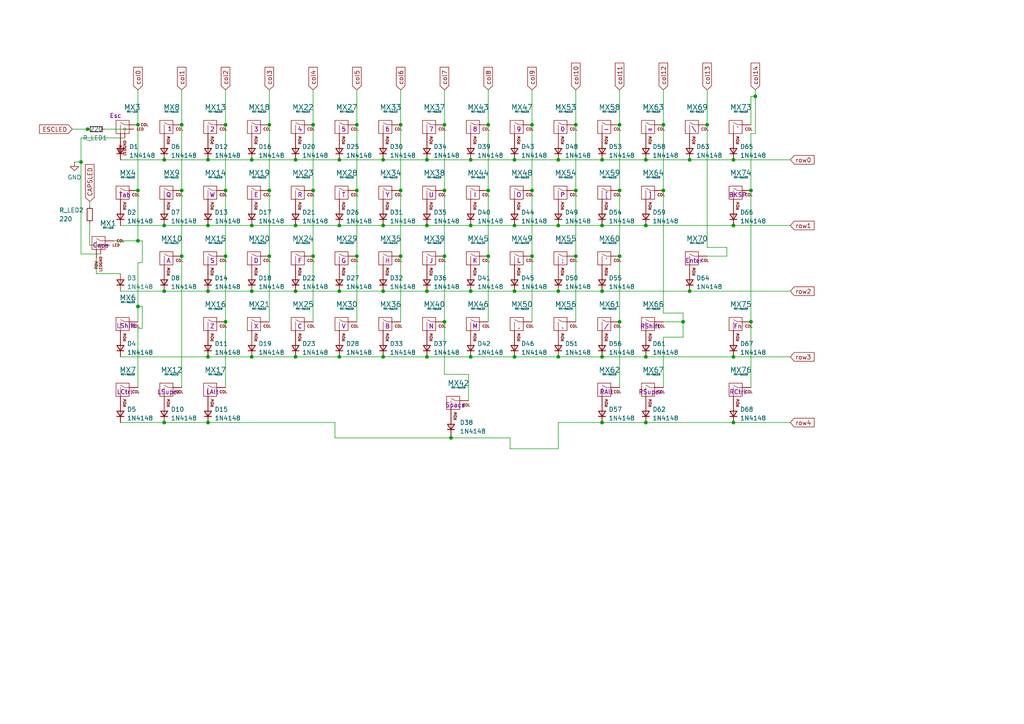
<source format=kicad_sch>
(kicad_sch (version 20231120) (generator "eeschema") (generator_version "8.0")
  (paper "A4")
  (title_block (title "SST60 - Multi-layout 60% pcb") (date "2022-07-25") (rev "1.0"))
  (junction (at 40.005 88.9))
  (junction (at 128.905 36.195))
  (junction (at 167.005 36.195))
  (junction (at 161.925 103.505))
  (junction (at 212.725 103.505))
  (junction (at 47.625 65.405))
  (junction (at 60.325 46.355))
  (junction (at 174.625 84.455))
  (junction (at 23.495 46.99))
  (junction (at 40.005 36.195))
  (junction (at 90.805 36.195))
  (junction (at 78.105 55.245))
  (junction (at 200.025 84.455))
  (junction (at 205.105 36.195))
  (junction (at 212.725 122.555))
  (junction (at 52.705 36.195))
  (junction (at 192.405 36.195))
  (junction (at 85.725 46.355))
  (junction (at 103.505 36.195))
  (junction (at 60.325 84.455))
  (junction (at 90.805 55.245))
  (junction (at 128.905 74.295))
  (junction (at 25.4 37.465))
  (junction (at 149.225 65.405))
  (junction (at 123.825 103.505))
  (junction (at 128.905 55.245))
  (junction (at 174.625 46.355))
  (junction (at 103.505 74.295))
  (junction (at 47.625 84.455))
  (junction (at 136.525 84.455))
  (junction (at 123.825 65.405))
  (junction (at 179.705 93.345))
  (junction (at 200.025 46.355))
  (junction (at 149.225 84.455))
  (junction (at 187.325 46.355))
  (junction (at 179.705 36.195))
  (junction (at 219.075 27.94))
  (junction (at 123.825 46.355))
  (junction (at 130.81 127))
  (junction (at 217.805 55.245))
  (junction (at 65.405 93.345))
  (junction (at 161.925 65.405))
  (junction (at 40.005 69.85))
  (junction (at 98.425 65.405))
  (junction (at 167.005 74.295))
  (junction (at 116.205 36.195))
  (junction (at 78.105 36.195))
  (junction (at 179.705 55.245))
  (junction (at 85.725 84.455))
  (junction (at 212.725 46.355))
  (junction (at 192.405 55.245))
  (junction (at 174.625 103.505))
  (junction (at 60.325 65.405))
  (junction (at 198.12 93.345))
  (junction (at 111.125 65.405))
  (junction (at 187.325 122.555))
  (junction (at 154.305 36.195))
  (junction (at 85.725 103.505))
  (junction (at 78.105 74.295))
  (junction (at 65.405 36.195))
  (junction (at 141.605 55.245))
  (junction (at 174.625 122.555))
  (junction (at 40.005 55.245))
  (junction (at 136.525 65.405))
  (junction (at 187.325 103.505))
  (junction (at 161.925 84.455))
  (junction (at 174.625 65.405))
  (junction (at 98.425 46.355))
  (junction (at 123.825 84.455))
  (junction (at 111.125 103.505))
  (junction (at 136.525 103.505))
  (junction (at 85.725 65.405))
  (junction (at 149.225 46.355))
  (junction (at 154.305 55.245))
  (junction (at 116.205 55.245))
  (junction (at 98.425 103.505))
  (junction (at 65.405 55.245))
  (junction (at 111.125 46.355))
  (junction (at 149.225 103.505))
  (junction (at 73.025 46.355))
  (junction (at 47.625 46.355))
  (junction (at 90.805 74.295))
  (junction (at 47.625 122.555))
  (junction (at 73.025 65.405))
  (junction (at 154.305 74.295))
  (junction (at 136.525 46.355))
  (junction (at 179.705 74.295))
  (junction (at 111.125 84.455))
  (junction (at 98.425 84.455))
  (junction (at 161.925 46.355))
  (junction (at 73.025 84.455))
  (junction (at 52.705 74.295))
  (junction (at 217.805 93.345))
  (junction (at 167.005 55.245))
  (junction (at 103.505 55.245))
  (junction (at 65.405 74.295))
  (junction (at 212.725 65.405))
  (junction (at 60.325 122.555))
  (junction (at 73.025 103.505))
  (junction (at 60.325 103.505))
  (junction (at 187.325 65.405))
  (junction (at 141.605 36.195))
  (junction (at 116.205 74.295))
  (junction (at 52.705 55.245))
  (junction (at 128.905 93.345))
  (junction (at 141.605 74.295))
  (wire (pts (xy 116.205 74.295) (xy 116.205 93.345)))
  (wire (pts (xy 97.155 127) (xy 130.81 127)))
  (wire (pts (xy 47.625 84.455) (xy 60.325 84.455)))
  (wire (pts (xy 34.925 84.455) (xy 47.625 84.455)))
  (wire (pts (xy 23.495 40.005) (xy 23.495 46.99)))
  (wire (pts (xy 136.525 103.505) (xy 149.225 103.505)))
  (wire (pts (xy 123.825 46.355) (xy 136.525 46.355)))
  (wire (pts (xy 40.005 55.245) (xy 40.005 69.85)))
  (wire (pts (xy 78.105 74.295) (xy 78.105 93.345)))
  (wire (pts (xy 90.805 55.245) (xy 90.805 74.295)))
  (wire (pts (xy 141.605 36.195) (xy 141.605 55.245)))
  (wire (pts (xy 136.525 84.455) (xy 149.225 84.455)))
  (wire (pts (xy 128.905 74.295) (xy 128.905 93.345)))
  (wire (pts (xy 98.425 84.455) (xy 111.125 84.455)))
  (wire (pts (xy 141.605 26.035) (xy 141.605 36.195)))
  (wire (pts (xy 147.955 127) (xy 147.955 130.175)))
  (wire (pts (xy 47.625 122.555) (xy 60.325 122.555)))
  (wire (pts (xy 141.605 55.245) (xy 141.605 74.295)))
  (wire (pts (xy 128.905 26.035) (xy 128.905 36.195)))
  (wire (pts (xy 174.625 84.455) (xy 200.025 84.455)))
  (wire (pts (xy 85.725 84.455) (xy 98.425 84.455)))
  (wire (pts (xy 174.625 103.505) (xy 187.325 103.505)))
  (wire (pts (xy 73.025 65.405) (xy 85.725 65.405)))
  (wire (pts (xy 60.325 84.455) (xy 73.025 84.455)))
  (wire (pts (xy 128.905 93.345) (xy 128.905 108.585)))
  (wire (pts (xy 98.425 46.355) (xy 111.125 46.355)))
  (wire (pts (xy 217.805 93.345) (xy 217.805 55.245)))
  (wire (pts (xy 47.625 46.355) (xy 60.325 46.355)))
  (wire (pts (xy 219.075 38.735) (xy 219.075 27.94)))
  (wire (pts (xy 40.005 88.9) (xy 40.005 76.2)))
  (wire (pts (xy 192.405 36.195) (xy 192.405 55.245)))
  (wire (pts (xy 128.905 36.195) (xy 128.905 55.245)))
  (wire (pts (xy 174.625 46.355) (xy 187.325 46.355)))
  (wire (pts (xy 167.005 36.195) (xy 167.005 55.245)))
  (wire (pts (xy 34.925 103.505) (xy 60.325 103.505)))
  (wire (pts (xy 90.805 36.195) (xy 90.805 55.245)))
  (wire (pts (xy 40.005 88.9) (xy 40.005 93.345)))
  (wire (pts (xy 73.025 103.505) (xy 85.725 103.505)))
  (wire (pts (xy 147.955 130.175) (xy 161.925 130.175)))
  (wire (pts (xy 40.005 112.395) (xy 40.005 95.25)))
  (wire (pts (xy 154.305 74.295) (xy 154.305 55.245)))
  (wire (pts (xy 130.81 127) (xy 130.81 126.365)))
  (wire (pts (xy 179.705 55.245) (xy 179.705 74.295)))
  (wire (pts (xy 41.275 88.9) (xy 40.005 88.9)))
  (wire (pts (xy 161.925 130.175) (xy 161.925 122.555)))
  (wire (pts (xy 33.02 69.85) (xy 40.005 69.85)))
  (wire (pts (xy 200.025 84.455) (xy 229.235 84.455)))
  (wire (pts (xy 161.925 65.405) (xy 174.625 65.405)))
  (wire (pts (xy 149.225 65.405) (xy 161.925 65.405)))
  (wire (pts (xy 198.12 90.805) (xy 198.12 93.345)))
  (wire (pts (xy 130.81 127) (xy 147.955 127)))
  (wire (pts (xy 26.035 58.42) (xy 26.035 59.69)))
  (wire (pts (xy 103.505 55.245) (xy 103.505 74.295)))
  (wire (pts (xy 29.21 73.66) (xy 23.495 73.66)))
  (wire (pts (xy 52.705 55.245) (xy 52.705 74.295)))
  (wire (pts (xy 98.425 65.405) (xy 111.125 65.405)))
  (wire (pts (xy 212.725 103.505) (xy 229.235 103.505)))
  (wire (pts (xy 34.925 46.355) (xy 47.625 46.355)))
  (wire (pts (xy 23.495 46.99) (xy 21.59 46.99)))
  (wire (pts (xy 174.625 65.405) (xy 187.325 65.405)))
  (wire (pts (xy 90.805 26.035) (xy 90.805 36.195)))
  (wire (pts (xy 97.155 122.555) (xy 97.155 127)))
  (wire (pts (xy 149.225 84.455) (xy 161.925 84.455)))
  (wire (pts (xy 187.325 46.355) (xy 200.025 46.355)))
  (wire (pts (xy 167.005 26.035) (xy 167.005 36.195)))
  (wire (pts (xy 205.105 26.035) (xy 205.105 36.195)))
  (wire (pts (xy 40.005 76.2) (xy 41.275 76.2)))
  (wire (pts (xy 40.005 36.195) (xy 40.005 55.245)))
  (wire (pts (xy 154.305 93.345) (xy 154.305 74.295)))
  (wire (pts (xy 210.82 71.755) (xy 210.82 74.295)))
  (wire (pts (xy 187.325 103.505) (xy 212.725 103.505)))
  (wire (pts (xy 65.405 26.035) (xy 65.405 36.195)))
  (wire (pts (xy 31.75 71.12) (xy 26.035 71.12)))
  (wire (pts (xy 217.805 27.94) (xy 217.805 36.195)))
  (wire (pts (xy 65.405 74.295) (xy 65.405 93.345)))
  (wire (pts (xy 27.94 74.93) (xy 27.94 79.375)))
  (wire (pts (xy 116.205 26.035) (xy 116.205 36.195)))
  (wire (pts (xy 40.005 26.035) (xy 40.005 36.195)))
  (wire (pts (xy 98.425 103.505) (xy 111.125 103.505)))
  (wire (pts (xy 30.48 37.465) (xy 38.735 37.465)))
  (wire (pts (xy 25.4 37.465) (xy 26.035 37.465)))
  (wire (pts (xy 52.705 74.295) (xy 52.705 112.395)))
  (wire (pts (xy 60.325 46.355) (xy 73.025 46.355)))
  (wire (pts (xy 73.025 84.455) (xy 85.725 84.455)))
  (wire (pts (xy 212.725 46.355) (xy 229.235 46.355)))
  (wire (pts (xy 179.705 74.295) (xy 179.705 93.345)))
  (wire (pts (xy 217.805 55.245) (xy 217.805 38.735)))
  (wire (pts (xy 41.275 95.25) (xy 41.275 88.9)))
  (wire (pts (xy 167.005 74.295) (xy 167.005 93.345)))
  (wire (pts (xy 198.12 97.79) (xy 192.405 97.79)))
  (wire (pts (xy 136.525 65.405) (xy 149.225 65.405)))
  (wire (pts (xy 136.525 46.355) (xy 149.225 46.355)))
  (wire (pts (xy 85.725 65.405) (xy 98.425 65.405)))
  (wire (pts (xy 179.705 36.195) (xy 179.705 55.245)))
  (wire (pts (xy 192.405 55.245) (xy 192.405 90.805)))
  (wire (pts (xy 167.005 55.245) (xy 167.005 74.295)))
  (wire (pts (xy 23.495 40.005) (xy 36.195 40.005)))
  (wire (pts (xy 26.035 71.12) (xy 26.035 64.77)))
  (wire (pts (xy 217.805 38.735) (xy 219.075 38.735)))
  (wire (pts (xy 205.105 74.295) (xy 210.82 74.295)))
  (wire (pts (xy 212.725 122.555) (xy 229.235 122.555)))
  (wire (pts (xy 192.405 26.035) (xy 192.405 36.195)))
  (wire (pts (xy 217.805 112.395) (xy 217.805 93.345)))
  (wire (pts (xy 219.075 27.94) (xy 217.805 27.94)))
  (wire (pts (xy 187.325 65.405) (xy 212.725 65.405)))
  (wire (pts (xy 73.025 46.355) (xy 85.725 46.355)))
  (wire (pts (xy 123.825 103.505) (xy 136.525 103.505)))
  (wire (pts (xy 60.325 65.405) (xy 73.025 65.405)))
  (wire (pts (xy 85.725 103.505) (xy 98.425 103.505)))
  (wire (pts (xy 78.105 26.035) (xy 78.105 36.195)))
  (wire (pts (xy 200.025 46.355) (xy 212.725 46.355)))
  (wire (pts (xy 135.89 108.585) (xy 135.89 116.205)))
  (wire (pts (xy 111.125 103.505) (xy 123.825 103.505)))
  (wire (pts (xy 205.105 71.755) (xy 210.82 71.755)))
  (wire (pts (xy 40.005 95.25) (xy 41.275 95.25)))
  (wire (pts (xy 212.725 65.405) (xy 229.235 65.405)))
  (wire (pts (xy 78.105 36.195) (xy 78.105 55.245)))
  (wire (pts (xy 41.275 76.2) (xy 41.275 69.85)))
  (wire (pts (xy 192.405 93.345) (xy 198.12 93.345)))
  (wire (pts (xy 90.805 74.295) (xy 90.805 93.345)))
  (wire (pts (xy 78.105 55.245) (xy 78.105 74.295)))
  (wire (pts (xy 198.12 93.345) (xy 198.12 97.79)))
  (wire (pts (xy 85.725 46.355) (xy 98.425 46.355)))
  (wire (pts (xy 161.925 122.555) (xy 174.625 122.555)))
  (wire (pts (xy 128.905 55.245) (xy 128.905 74.295)))
  (wire (pts (xy 60.325 122.555) (xy 97.155 122.555)))
  (wire (pts (xy 60.325 103.505) (xy 73.025 103.505)))
  (wire (pts (xy 20.955 37.465) (xy 25.4 37.465)))
  (wire (pts (xy 65.405 36.195) (xy 65.405 55.245)))
  (wire (pts (xy 111.125 46.355) (xy 123.825 46.355)))
  (wire (pts (xy 111.125 84.455) (xy 123.825 84.455)))
  (wire (pts (xy 154.305 26.035) (xy 154.305 36.195)))
  (wire (pts (xy 141.605 74.295) (xy 141.605 93.345)))
  (wire (pts (xy 179.705 93.345) (xy 179.705 112.395)))
  (wire (pts (xy 154.305 55.245) (xy 154.305 36.195)))
  (wire (pts (xy 174.625 122.555) (xy 187.325 122.555)))
  (wire (pts (xy 128.905 108.585) (xy 135.89 108.585)))
  (wire (pts (xy 34.925 122.555) (xy 47.625 122.555)))
  (wire (pts (xy 149.225 103.505) (xy 161.925 103.505)))
  (wire (pts (xy 123.825 84.455) (xy 136.525 84.455)))
  (wire (pts (xy 34.925 65.405) (xy 47.625 65.405)))
  (wire (pts (xy 161.925 84.455) (xy 174.625 84.455)))
  (wire (pts (xy 52.705 26.035) (xy 52.705 36.195)))
  (wire (pts (xy 161.925 103.505) (xy 174.625 103.505)))
  (wire (pts (xy 192.405 90.805) (xy 198.12 90.805)))
  (wire (pts (xy 116.205 55.245) (xy 116.205 74.295)))
  (wire (pts (xy 205.105 36.195) (xy 205.105 71.755)))
  (wire (pts (xy 179.705 26.035) (xy 179.705 36.195)))
  (wire (pts (xy 116.205 36.195) (xy 116.205 55.245)))
  (wire (pts (xy 27.94 79.375) (xy 34.925 79.375)))
  (wire (pts (xy 192.405 97.79) (xy 192.405 112.395)))
  (wire (pts (xy 41.275 69.85) (xy 40.005 69.85)))
  (wire (pts (xy 219.075 26.035) (xy 219.075 27.94)))
  (wire (pts (xy 149.225 46.355) (xy 161.925 46.355)))
  (wire (pts (xy 103.505 26.035) (xy 103.505 36.195)))
  (wire (pts (xy 123.825 65.405) (xy 136.525 65.405)))
  (wire (pts (xy 52.705 36.195) (xy 52.705 55.245)))
  (wire (pts (xy 47.625 65.405) (xy 60.325 65.405)))
  (wire (pts (xy 111.125 65.405) (xy 123.825 65.405)))
  (wire (pts (xy 103.505 74.295) (xy 103.505 93.345)))
  (wire (pts (xy 65.405 55.245) (xy 65.405 74.295)))
  (wire (pts (xy 23.495 46.99) (xy 23.495 73.66)))
  (wire (pts (xy 103.505 36.195) (xy 103.505 55.245)))
  (wire (pts (xy 187.325 122.555) (xy 212.725 122.555)))
  (wire (pts (xy 161.925 46.355) (xy 174.625 46.355)))
  (wire (pts (xy 65.405 93.345) (xy 65.405 112.395)))
  (global_label "col10" (shape input) (at 167.005 26.035 90) (property "Intersheetrefs" "${INTERSHEET_REFS}" (effects (hide yes))))
  (global_label "col3" (shape input) (at 78.105 26.035 90) (property "Intersheetrefs" "${INTERSHEET_REFS}" (effects (hide yes))))
  (global_label "col12" (shape input) (at 192.405 26.035 90) (property "Intersheetrefs" "${INTERSHEET_REFS}" (effects (hide yes))))
  (global_label "col1" (shape input) (at 52.705 26.035 90) (property "Intersheetrefs" "${INTERSHEET_REFS}" (effects (hide yes))))
  (global_label "row1" (shape input) (at 229.235 65.405 0) (property "Intersheetrefs" "${INTERSHEET_REFS}" (effects (hide yes))))
  (global_label "ESCLED" (shape input) (at 20.955 37.465 180) (property "Intersheetrefs" "${INTERSHEET_REFS}" (effects (hide yes))))
  (global_label "col13" (shape input) (at 205.105 26.035 90) (property "Intersheetrefs" "${INTERSHEET_REFS}" (effects (hide yes))))
  (global_label "row3" (shape input) (at 229.235 103.505 0) (property "Intersheetrefs" "${INTERSHEET_REFS}" (effects (hide yes))))
  (global_label "col5" (shape input) (at 103.505 26.035 90) (property "Intersheetrefs" "${INTERSHEET_REFS}" (effects (hide yes))))
  (global_label "col7" (shape input) (at 128.905 26.035 90) (property "Intersheetrefs" "${INTERSHEET_REFS}" (effects (hide yes))))
  (global_label "col11" (shape input) (at 179.705 26.035 90) (property "Intersheetrefs" "${INTERSHEET_REFS}" (effects (hide yes))))
  (global_label "col14" (shape input) (at 219.075 26.035 90) (property "Intersheetrefs" "${INTERSHEET_REFS}" (effects (hide yes))))
  (global_label "CAPSLED" (shape input) (at 26.035 58.42 90) (property "Intersheetrefs" "${INTERSHEET_REFS}" (effects (hide yes))))
  (global_label "col4" (shape input) (at 90.805 26.035 90) (property "Intersheetrefs" "${INTERSHEET_REFS}" (effects (hide yes))))
  (global_label "col9" (shape input) (at 154.305 26.035 90) (property "Intersheetrefs" "${INTERSHEET_REFS}" (effects (hide yes))))
  (global_label "col0" (shape input) (at 40.005 26.035 90) (property "Intersheetrefs" "${INTERSHEET_REFS}" (effects (hide yes))))
  (global_label "col6" (shape input) (at 116.205 26.035 90) (property "Intersheetrefs" "${INTERSHEET_REFS}" (effects (hide yes))))
  (global_label "row0" (shape input) (at 229.235 46.355 0) (property "Intersheetrefs" "${INTERSHEET_REFS}" (effects (hide yes))))
  (global_label "row2" (shape input) (at 229.235 84.455 0) (property "Intersheetrefs" "${INTERSHEET_REFS}" (effects (hide yes))))
  (global_label "row4" (shape input) (at 229.235 122.555 0) (property "Intersheetrefs" "${INTERSHEET_REFS}" (effects (hide yes))))
  (global_label "col8" (shape input) (at 141.605 26.035 90) (property "Intersheetrefs" "${INTERSHEET_REFS}" (effects (hide yes))))
  (global_label "col2" (shape input) (at 65.405 26.035 90) (property "Intersheetrefs" "${INTERSHEET_REFS}" (effects (hide yes))))
  (symbol (lib_id "cipulot_parts:MX-NoLED") (at 112.395 37.465 0) (unit 1) (in_bom no)
    (property "Reference" "MX33" (at 113.2806 31.115 0) (effects (font (size 1.524 1.524))))
    (property "Value" "MX-NoLED" (at 113.2806 32.385 0) (effects (font (size 0.508 0.508))))
    (property "Footprint" "MX_Only:MXOnly-1U-NoLED" (effects (hide yes)))
    (property "Description" "6" (at 112.395 37.465 0))
  )
  (symbol (lib_id "cipulot_parts:MX-LED") (at 36.195 37.465 0) (unit 1) (in_bom no)
    (property "Reference" "MX3" (at 38.3506 31.115 0) (effects (font (size 1.524 1.524))))
    (property "Value" "MX-LED" (at 38.3506 32.385 0) (effects (font (size 0.508 0.508))))
    (property "Footprint" "MX_Only:MXOnly-1U" (effects (hide yes)))
    (property "Description" "Esc" (at 33.528 33.528 0))
  )
  (symbol (lib_id "cipulot_parts:MX-NoLED") (at 137.795 94.615 0) (unit 1) (in_bom no)
    (property "Reference" "MX46" (at 138.6806 88.265 0) (effects (font (size 1.524 1.524))))
    (property "Value" "MX-NoLED" (at 138.6806 89.535 0) (effects (font (size 0.508 0.508))))
    (property "Footprint" "MX_Only:MXOnly-1U-NoLED" (effects (hide yes)))
    (property "Description" "M" (at 137.795 94.615 0))
  )
  (symbol (lib_id "Device:D_Small") (at 187.325 120.015 90) (unit 1)
    (property "Reference" "D62" (at 189.23 118.7449 90) (effects (justify right)))
    (property "Value" "1N4148" (at 189.23 121.2849 90) (effects (justify right)))
    (property "Footprint" "Diode_SMD:D_SOD-123" (effects (hide yes)))
  )
  (symbol (lib_id "cipulot_parts:MX-NoLED") (at 48.895 113.665 0) (unit 1) (in_bom no)
    (property "Reference" "MX12" (at 49.7806 107.315 0) (effects (font (size 1.524 1.524))))
    (property "Value" "MX-NoLED" (at 49.7806 108.585 0) (effects (font (size 0.508 0.508))))
    (property "Footprint" "MX_Only:MXOnly-1U-NoLED" (effects (hide yes)))
    (property "Description" "LSuper" (at 48.895 113.665 0))
  )
  (symbol (lib_id "Device:D_Small") (at 136.525 43.815 90) (unit 1)
    (property "Reference" "D39" (at 138.43 42.5449 90) (effects (justify right)))
    (property "Value" "1N4148" (at 138.43 45.0849 90) (effects (justify right)))
    (property "Footprint" "Diode_SMD:D_SOD-123" (effects (hide yes)))
  )
  (symbol (lib_id "cipulot_parts:MX-NoLED") (at 163.195 56.515 0) (unit 1) (in_bom no)
    (property "Reference" "MX54" (at 164.0806 50.165 0) (effects (font (size 1.524 1.524))))
    (property "Value" "MX-NoLED" (at 164.0806 51.435 0) (effects (font (size 0.508 0.508))))
    (property "Footprint" "MX_Only:MXOnly-1U-NoLED" (effects (hide yes)))
    (property "Description" "P" (at 163.195 56.515 0))
  )
  (symbol (lib_id "Device:D_Small") (at 60.325 100.965 90) (unit 1)
    (property "Reference" "D11" (at 62.23 99.6949 90) (effects (justify right)))
    (property "Value" "1N4148" (at 62.23 102.2349 90) (effects (justify right)))
    (property "Footprint" "Diode_SMD:D_SOD-123" (effects (hide yes)))
  )
  (symbol (lib_id "Device:D_Small") (at 47.625 62.865 90) (unit 1)
    (property "Reference" "D7" (at 49.53 61.5949 90) (effects (justify right)))
    (property "Value" "1N4148" (at 49.53 64.1349 90) (effects (justify right)))
    (property "Footprint" "Diode_SMD:D_SOD-123" (effects (hide yes)))
  )
  (symbol (lib_id "Device:D_Small") (at 73.025 62.865 90) (unit 1)
    (property "Reference" "D17" (at 74.93 61.5949 90) (effects (justify right)))
    (property "Value" "1N4148" (at 74.93 64.1349 90) (effects (justify right)))
    (property "Footprint" "Diode_SMD:D_SOD-123" (effects (hide yes)))
  )
  (symbol (lib_id "cipulot_parts:MX-NoLED") (at 48.895 75.565 0) (unit 1) (in_bom no)
    (property "Reference" "MX10" (at 49.7806 69.215 0) (effects (font (size 1.524 1.524))))
    (property "Value" "MX-NoLED" (at 49.7806 70.485 0) (effects (font (size 0.508 0.508))))
    (property "Footprint" "MX_Only:MXOnly-1U-NoLED" (effects (hide yes)))
    (property "Description" "A" (at 48.895 75.565 0))
  )
  (symbol (lib_id "cipulot_parts:MX-NoLED") (at 61.595 75.565 0) (unit 1) (in_bom no)
    (property "Reference" "MX15" (at 62.4806 69.215 0) (effects (font (size 1.524 1.524))))
    (property "Value" "MX-NoLED" (at 62.4806 70.485 0) (effects (font (size 0.508 0.508))))
    (property "Footprint" "MX_Only:MXOnly-1U-NoLED" (effects (hide yes)))
    (property "Description" "S" (at 61.595 75.565 0))
  )
  (symbol (lib_id "cipulot_parts:MX-NoLED") (at 175.895 75.565 0) (unit 1) (in_bom no)
    (property "Reference" "MX60" (at 176.7806 69.215 0) (effects (font (size 1.524 1.524))))
    (property "Value" "MX-NoLED" (at 176.7806 70.485 0) (effects (font (size 0.508 0.508))))
    (property "Footprint" "MX_Only:MXOnly-1U-NoLED" (effects (hide yes)))
    (property "Description" "'" (at 175.895 75.565 0))
  )
  (symbol (lib_id "Device:R_Small") (at 26.035 62.23 0) (unit 1)
    (property "Reference" "R_LED2" (at 17.145 60.96 0) (effects (justify left)))
    (property "Value" "220" (at 17.145 63.5 0) (effects (justify left)))
    (property "Footprint" "Resistor_SMD:R_0402_1005Metric" (effects (hide yes)))
  )
  (symbol (lib_id "Device:D_Small") (at 98.425 100.965 90) (unit 1)
    (property "Reference" "D28" (at 100.33 99.6949 90) (effects (justify right)))
    (property "Value" "1N4148" (at 100.33 102.2349 90) (effects (justify right)))
    (property "Footprint" "Diode_SMD:D_SOD-123" (effects (hide yes)))
  )
  (symbol (lib_id "cipulot_parts:MX-NoLED") (at 48.895 56.515 0) (unit 1) (in_bom no)
    (property "Reference" "MX9" (at 49.7806 50.165 0) (effects (font (size 1.524 1.524))))
    (property "Value" "MX-NoLED" (at 49.7806 51.435 0) (effects (font (size 0.508 0.508))))
    (property "Footprint" "MX_Only:MXOnly-1U-NoLED" (effects (hide yes)))
    (property "Description" "Q" (at 48.895 56.515 0))
  )
  (symbol (lib_id "cipulot_parts:MX-NoLED") (at 213.995 113.665 0) (unit 1) (in_bom no)
    (property "Reference" "MX76" (at 214.8806 107.315 0) (effects (font (size 1.524 1.524))))
    (property "Value" "MX-NoLED" (at 214.8806 108.585 0) (effects (font (size 0.508 0.508))))
    (property "Footprint" "MX_Only:MXOnly-1.5U-NoLED" (effects (hide yes)))
    (property "Description" "RCtrl" (at 213.995 113.665 0))
  )
  (symbol (lib_id "Device:D_Small") (at 174.625 100.965 90) (unit 1)
    (property "Reference" "D56" (at 176.53 99.6949 90) (effects (justify right)))
    (property "Value" "1N4148" (at 176.53 102.2349 90) (effects (justify right)))
    (property "Footprint" "Diode_SMD:D_SOD-123" (effects (hide yes)))
  )
  (symbol (lib_id "Device:D_Small") (at 34.925 100.965 90) (unit 1)
    (property "Reference" "D4" (at 36.83 99.6949 90) (effects (justify right)))
    (property "Value" "1N4148" (at 36.83 102.2349 90) (effects (justify right)))
    (property "Footprint" "Diode_SMD:D_SOD-123" (effects (hide yes)))
  )
  (symbol (lib_id "cipulot_parts:MX-NoLED") (at 213.995 94.615 0) (unit 1) (in_bom no)
    (property "Reference" "MX75" (at 214.8806 88.265 0) (effects (font (size 1.524 1.524))))
    (property "Value" "MX-NoLED" (at 214.8806 89.535 0) (effects (font (size 0.508 0.508))))
    (property "Footprint" "MX_Only:MXOnly-1U-NoLED" (effects (hide yes)))
    (property "Description" "Fn" (at 213.995 94.615 0))
  )
  (symbol (lib_id "cipulot_parts:MX-NoLED") (at 112.395 56.515 0) (unit 1) (in_bom no)
    (property "Reference" "MX34" (at 113.2806 50.165 0) (effects (font (size 1.524 1.524))))
    (property "Value" "MX-NoLED" (at 113.2806 51.435 0) (effects (font (size 0.508 0.508))))
    (property "Footprint" "MX_Only:MXOnly-1U-NoLED" (effects (hide yes)))
    (property "Description" "Y" (at 112.395 56.515 0))
  )
  (symbol (lib_id "Device:D_Small") (at 187.325 62.865 90) (unit 1)
    (property "Reference" "D59" (at 189.23 61.5949 90) (effects (justify right)))
    (property "Value" "1N4148" (at 189.23 64.1349 90) (effects (justify right)))
    (property "Footprint" "Diode_SMD:D_SOD-123" (effects (hide yes)))
  )
  (symbol (lib_id "cipulot_parts:MX-NoLED") (at 86.995 37.465 0) (unit 1) (in_bom no)
    (property "Reference" "MX22" (at 87.8806 31.115 0) (effects (font (size 1.524 1.524))))
    (property "Value" "MX-NoLED" (at 87.8806 32.385 0) (effects (font (size 0.508 0.508))))
    (property "Footprint" "MX_Only:MXOnly-1U-NoLED" (effects (hide yes)))
    (property "Description" "4" (at 86.995 37.465 0))
  )
  (symbol (lib_id "Device:D_Small") (at 149.225 100.965 90) (unit 1)
    (property "Reference" "D46" (at 151.13 99.6949 90) (effects (justify right)))
    (property "Value" "1N4148" (at 151.13 102.2349 90) (effects (justify right)))
    (property "Footprint" "Diode_SMD:D_SOD-123" (effects (hide yes)))
  )
  (symbol (lib_id "cipulot_parts:MX-NoLED") (at 99.695 56.515 0) (unit 1) (in_bom no)
    (property "Reference" "MX28" (at 100.5806 50.165 0) (effects (font (size 1.524 1.524))))
    (property "Value" "MX-NoLED" (at 100.5806 51.435 0) (effects (font (size 0.508 0.508))))
    (property "Footprint" "MX_Only:MXOnly-1U-NoLED" (effects (hide yes)))
    (property "Description" "T" (at 99.695 56.515 0))
  )
  (symbol (lib_id "Device:D_Small") (at 212.725 100.965 90) (unit 1)
    (property "Reference" "D67" (at 214.63 99.6949 90) (effects (justify right)))
    (property "Value" "1N4148" (at 214.63 102.2349 90) (effects (justify right)))
    (property "Footprint" "Diode_SMD:D_SOD-123" (effects (hide yes)))
  )
  (symbol (lib_id "Device:D_Small") (at 123.825 62.865 90) (unit 1)
    (property "Reference" "D35" (at 125.73 61.5949 90) (effects (justify right)))
    (property "Value" "1N4148" (at 125.73 64.1349 90) (effects (justify right)))
    (property "Footprint" "Diode_SMD:D_SOD-123" (effects (hide yes)))
  )
  (symbol (lib_id "Device:D_Small") (at 73.025 100.965 90) (unit 1)
    (property "Reference" "D19" (at 74.93 99.6949 90) (effects (justify right)))
    (property "Value" "1N4148" (at 74.93 102.2349 90) (effects (justify right)))
    (property "Footprint" "Diode_SMD:D_SOD-123" (effects (hide yes)))
  )
  (symbol (lib_id "Device:D_Small") (at 161.925 43.815 90) (unit 1)
    (property "Reference" "D48" (at 163.83 42.5449 90) (effects (justify right)))
    (property "Value" "1N4148" (at 163.83 45.0849 90) (effects (justify right)))
    (property "Footprint" "Diode_SMD:D_SOD-123" (effects (hide yes)))
  )
  (symbol (lib_id "cipulot_parts:MX-NoLED") (at 175.895 94.615 0) (unit 1) (in_bom no)
    (property "Reference" "MX61" (at 176.7806 88.265 0) (effects (font (size 1.524 1.524))))
    (property "Value" "MX-NoLED" (at 176.7806 89.535 0) (effects (font (size 0.508 0.508))))
    (property "Footprint" "MX_Only:MXOnly-1U-NoLED" (effects (hide yes)))
    (property "Description" "/" (at 175.895 94.615 0))
  )
  (symbol (lib_id "cipulot_parts:MX-NoLED") (at 137.795 75.565 0) (unit 1) (in_bom no)
    (property "Reference" "MX45" (at 138.6806 69.215 0) (effects (font (size 1.524 1.524))))
    (property "Value" "MX-NoLED" (at 138.6806 70.485 0) (effects (font (size 0.508 0.508))))
    (property "Footprint" "MX_Only:MXOnly-1U-NoLED" (effects (hide yes)))
    (property "Description" "K" (at 137.795 75.565 0))
  )
  (symbol (lib_id "cipulot_parts:MX-NoLED") (at 137.795 37.465 0) (unit 1) (in_bom no)
    (property "Reference" "MX43" (at 138.6806 31.115 0) (effects (font (size 1.524 1.524))))
    (property "Value" "MX-NoLED" (at 138.6806 32.385 0) (effects (font (size 0.508 0.508))))
    (property "Footprint" "MX_Only:MXOnly-1U-NoLED" (effects (hide yes)))
    (property "Description" "8" (at 137.795 37.465 0))
  )
  (symbol (lib_id "Device:D_Small") (at 123.825 81.915 90) (unit 1)
    (property "Reference" "D36" (at 125.73 80.6449 90) (effects (justify right)))
    (property "Value" "1N4148" (at 125.73 83.1849 90) (effects (justify right)))
    (property "Footprint" "Diode_SMD:D_SOD-123" (effects (hide yes)))
  )
  (symbol (lib_id "Device:D_Small") (at 200.025 43.815 90) (unit 1)
    (property "Reference" "D63" (at 201.93 42.5449 90) (effects (justify right)))
    (property "Value" "1N4148" (at 201.93 45.0849 90) (effects (justify right)))
    (property "Footprint" "Diode_SMD:D_SOD-123" (effects (hide yes)))
  )
  (symbol (lib_id "cipulot_parts:MX-NoLED") (at 150.495 37.465 0) (unit 1) (in_bom no)
    (property "Reference" "MX47" (at 151.3806 31.115 0) (effects (font (size 1.524 1.524))))
    (property "Value" "MX-NoLED" (at 151.3806 32.385 0) (effects (font (size 0.508 0.508))))
    (property "Footprint" "MX_Only:MXOnly-1U-NoLED" (effects (hide yes)))
    (property "Description" "9" (at 150.495 37.465 0))
  )
  (symbol (lib_id "cipulot_parts:MX-NoLED") (at 61.595 56.515 0) (unit 1) (in_bom no)
    (property "Reference" "MX14" (at 62.4806 50.165 0) (effects (font (size 1.524 1.524))))
    (property "Value" "MX-NoLED" (at 62.4806 51.435 0) (effects (font (size 0.508 0.508))))
    (property "Footprint" "MX_Only:MXOnly-1U-NoLED" (effects (hide yes)))
    (property "Description" "W" (at 61.595 56.515 0))
  )
  (symbol (lib_id "cipulot_parts:MX-NoLED") (at 188.595 56.515 0) (unit 1) (in_bom no)
    (property "Reference" "MX64" (at 189.4806 50.165 0) (effects (font (size 1.524 1.524))))
    (property "Value" "MX-NoLED" (at 189.4806 51.435 0) (effects (font (size 0.508 0.508))))
    (property "Footprint" "MX_Only:MXOnly-1U-NoLED" (effects (hide yes)))
    (property "Description" "]" (at 188.595 56.515 0))
  )
  (symbol (lib_id "cipulot_parts:MX-NoLED") (at 150.495 56.515 0) (unit 1) (in_bom no)
    (property "Reference" "MX48" (at 151.3806 50.165 0) (effects (font (size 1.524 1.524))))
    (property "Value" "MX-NoLED" (at 151.3806 51.435 0) (effects (font (size 0.508 0.508))))
    (property "Footprint" "MX_Only:MXOnly-1U-NoLED" (effects (hide yes)))
    (property "Description" "O" (at 150.495 56.515 0))
  )
  (symbol (lib_id "Device:D_Small") (at 85.725 62.865 90) (unit 1)
    (property "Reference" "D21" (at 87.63 61.5949 90) (effects (justify right)))
    (property "Value" "1N4148" (at 87.63 64.1349 90) (effects (justify right)))
    (property "Footprint" "Diode_SMD:D_SOD-123" (effects (hide yes)))
  )
  (symbol (lib_id "Device:D_Small") (at 85.725 100.965 90) (unit 1)
    (property "Reference" "D23" (at 87.63 99.6949 90) (effects (justify right)))
    (property "Value" "1N4148" (at 87.63 102.2349 90) (effects (justify right)))
    (property "Footprint" "Diode_SMD:D_SOD-123" (effects (hide yes)))
  )
  (symbol (lib_id "Device:D_Small") (at 187.325 43.815 90) (unit 1)
    (property "Reference" "D58" (at 189.23 42.5449 90) (effects (justify right)))
    (property "Value" "1N4148" (at 189.23 45.0849 90) (effects (justify right)))
    (property "Footprint" "Diode_SMD:D_SOD-123" (effects (hide yes)))
  )
  (symbol (lib_id "Device:D_Small") (at 149.225 62.865 90) (unit 1)
    (property "Reference" "D44" (at 151.13 61.5949 90) (effects (justify right)))
    (property "Value" "1N4148" (at 151.13 64.1349 90) (effects (justify right)))
    (property "Footprint" "Diode_SMD:D_SOD-123" (effects (hide yes)))
  )
  (symbol (lib_id "cipulot_parts:MX-NoLED") (at 112.395 94.615 0) (unit 1) (in_bom no)
    (property "Reference" "MX36" (at 113.2806 88.265 0) (effects (font (size 1.524 1.524))))
    (property "Value" "MX-NoLED" (at 113.2806 89.535 0) (effects (font (size 0.508 0.508))))
    (property "Footprint" "MX_Only:MXOnly-1U-NoLED" (effects (hide yes)))
    (property "Description" "B" (at 112.395 94.615 0))
  )
  (symbol (lib_id "Device:D_Small") (at 136.525 100.965 90) (unit 1)
    (property "Reference" "D42" (at 138.43 99.6949 90) (effects (justify right)))
    (property "Value" "1N4148" (at 138.43 102.2349 90) (effects (justify right)))
    (property "Footprint" "Diode_SMD:D_SOD-123" (effects (hide yes)))
  )
  (symbol (lib_id "cipulot_parts:MX-NoLED") (at 99.695 37.465 0) (unit 1) (in_bom no)
    (property "Reference" "MX27" (at 100.5806 31.115 0) (effects (font (size 1.524 1.524))))
    (property "Value" "MX-NoLED" (at 100.5806 32.385 0) (effects (font (size 0.508 0.508))))
    (property "Footprint" "MX_Only:MXOnly-1U-NoLED" (effects (hide yes)))
    (property "Description" "5" (at 99.695 37.465 0))
  )
  (symbol (lib_id "Device:D_Small") (at 60.325 62.865 90) (unit 1)
    (property "Reference" "D13" (at 62.23 61.5949 90) (effects (justify right)))
    (property "Value" "1N4148" (at 62.23 64.1349 90) (effects (justify right)))
    (property "Footprint" "Diode_SMD:D_SOD-123" (effects (hide yes)))
  )
  (symbol (lib_id "cipulot_parts:MX-NoLED") (at 61.595 113.665 0) (unit 1) (in_bom no)
    (property "Reference" "MX17" (at 62.4806 107.315 0) (effects (font (size 1.524 1.524))))
    (property "Value" "MX-NoLED" (at 62.4806 108.585 0) (effects (font (size 0.508 0.508))))
    (property "Footprint" "MX_Only:MXOnly-1.5U-NoLED" (effects (hide yes)))
    (property "Description" "LAlt" (at 61.595 113.665 0))
  )
  (symbol (lib_id "cipulot_parts:MX-NoLED") (at 99.695 75.565 0) (unit 1) (in_bom no)
    (property "Reference" "MX29" (at 100.5806 69.215 0) (effects (font (size 1.524 1.524))))
    (property "Value" "MX-NoLED" (at 100.5806 70.485 0) (effects (font (size 0.508 0.508))))
    (property "Footprint" "MX_Only:MXOnly-1U-NoLED" (effects (hide yes)))
    (property "Description" "G" (at 99.695 75.565 0))
  )
  (symbol (lib_id "Device:D_Small") (at 212.725 62.865 90) (unit 1)
    (property "Reference" "D66" (at 214.63 61.5949 90) (effects (justify right)))
    (property "Value" "1N4148" (at 214.63 64.1349 90) (effects (justify right)))
    (property "Footprint" "Diode_SMD:D_SOD-123" (effects (hide yes)))
  )
  (symbol (lib_id "cipulot_parts:MX-NoLED") (at 61.595 94.615 0) (unit 1) (in_bom no)
    (property "Reference" "MX16" (at 62.4806 88.265 0) (effects (font (size 1.524 1.524))))
    (property "Value" "MX-NoLED" (at 62.4806 89.535 0) (effects (font (size 0.508 0.508))))
    (property "Footprint" "MX_Only:MXOnly-1U-NoLED" (effects (hide yes)))
    (property "Description" "Z" (at 61.595 94.615 0))
  )
  (symbol (lib_id "Device:D_Small") (at 161.925 100.965 90) (unit 1)
    (property "Reference" "D51" (at 163.83 99.6949 90) (effects (justify right)))
    (property "Value" "1N4148" (at 163.83 102.2349 90) (effects (justify right)))
    (property "Footprint" "Diode_SMD:D_SOD-123" (effects (hide yes)))
  )
  (symbol (lib_id "cipulot_parts:MX-NoLED") (at 86.995 94.615 0) (unit 1) (in_bom no)
    (property "Reference" "MX25" (at 87.8806 88.265 0) (effects (font (size 1.524 1.524))))
    (property "Value" "MX-NoLED" (at 87.8806 89.535 0) (effects (font (size 0.508 0.508))))
    (property "Footprint" "MX_Only:MXOnly-1U-NoLED" (effects (hide yes)))
    (property "Description" "C" (at 86.995 94.615 0))
  )
  (symbol (lib_id "Device:D_Small") (at 47.625 120.015 90) (unit 1)
    (property "Reference" "D10" (at 49.53 118.7449 90) (effects (justify right)))
    (property "Value" "1N4148" (at 49.53 121.2849 90) (effects (justify right)))
    (property "Footprint" "Diode_SMD:D_SOD-123" (effects (hide yes)))
  )
  (symbol (lib_id "Device:D_Small") (at 111.125 100.965 90) (unit 1)
    (property "Reference" "D33" (at 113.03 99.6949 90) (effects (justify right)))
    (property "Value" "1N4148" (at 113.03 102.2349 90) (effects (justify right)))
    (property "Footprint" "Diode_SMD:D_SOD-123" (effects (hide yes)))
  )
  (symbol (lib_id "cipulot_parts:MX-NoLED") (at 74.295 37.465 0) (unit 1) (in_bom no)
    (property "Reference" "MX18" (at 75.1806 31.115 0) (effects (font (size 1.524 1.524))))
    (property "Value" "MX-NoLED" (at 75.1806 32.385 0) (effects (font (size 0.508 0.508))))
    (property "Footprint" "MX_Only:MXOnly-1U-NoLED" (effects (hide yes)))
    (property "Description" "3" (at 74.295 37.465 0))
  )
  (symbol (lib_id "cipulot_parts:MX-NoLED") (at 99.695 94.615 0) (unit 1) (in_bom no)
    (property "Reference" "MX30" (at 100.5806 88.265 0) (effects (font (size 1.524 1.524))))
    (property "Value" "MX-NoLED" (at 100.5806 89.535 0) (effects (font (size 0.508 0.508))))
    (property "Footprint" "MX_Only:MXOnly-1U-NoLED" (effects (hide yes)))
    (property "Description" "V" (at 99.695 94.615 0))
  )
  (symbol (lib_id "cipulot_parts:MX-NoLED") (at 125.095 37.465 0) (unit 1) (in_bom no)
    (property "Reference" "MX37" (at 125.9806 31.115 0) (effects (font (size 1.524 1.524))))
    (property "Value" "MX-NoLED" (at 125.9806 32.385 0) (effects (font (size 0.508 0.508))))
    (property "Footprint" "MX_Only:MXOnly-1U-NoLED" (effects (hide yes)))
    (property "Description" "7" (at 125.095 37.465 0))
  )
  (symbol (lib_id "Device:D_Small") (at 174.625 62.865 90) (unit 1)
    (property "Reference" "D54" (at 176.53 61.5949 90) (effects (justify right)))
    (property "Value" "1N4148" (at 176.53 64.1349 90) (effects (justify right)))
    (property "Footprint" "Diode_SMD:D_SOD-123" (effects (hide yes)))
  )
  (symbol (lib_id "Device:D_Small") (at 174.625 120.015 90) (unit 1)
    (property "Reference" "D57" (at 176.53 118.7449 90) (effects (justify right)))
    (property "Value" "1N4148" (at 176.53 121.2849 90) (effects (justify right)))
    (property "Footprint" "Diode_SMD:D_SOD-123" (effects (hide yes)))
  )
  (symbol (lib_id "Device:D_Small") (at 111.125 81.915 90) (unit 1)
    (property "Reference" "D32" (at 113.03 80.6449 90) (effects (justify right)))
    (property "Value" "1N4148" (at 113.03 83.1849 90) (effects (justify right)))
    (property "Footprint" "Diode_SMD:D_SOD-123" (effects (hide yes)))
  )
  (symbol (lib_id "Device:D_Small") (at 73.025 81.915 90) (unit 1)
    (property "Reference" "D18" (at 74.93 80.6449 90) (effects (justify right)))
    (property "Value" "1N4148" (at 74.93 83.1849 90) (effects (justify right)))
    (property "Footprint" "Diode_SMD:D_SOD-123" (effects (hide yes)))
  )
  (symbol (lib_id "Device:D_Small") (at 34.925 43.815 90) (unit 1)
    (property "Reference" "D1" (at 37.465 42.5449 90) (effects (justify right)))
    (property "Value" "1N4148" (at 37.465 45.0849 90) (effects (justify right)))
    (property "Footprint" "Diode_SMD:D_SOD-123" (effects (hide yes)))
  )
  (symbol (lib_id "cipulot_parts:MX-NoLED") (at 213.995 56.515 0) (unit 1) (in_bom no)
    (property "Reference" "MX74" (at 214.8806 50.165 0) (effects (font (size 1.524 1.524))))
    (property "Value" "MX-NoLED" (at 214.8806 51.435 0) (effects (font (size 0.508 0.508))))
    (property "Footprint" "MX_Only:MXOnly-1.5U-NoLED" (effects (hide yes)))
    (property "Description" "BKSP" (at 213.995 56.515 0))
  )
  (symbol (lib_id "cipulot_parts:MX-NoLED") (at 201.295 37.465 0) (unit 1) (in_bom no)
    (property "Reference" "MX69" (at 202.1806 31.115 0) (effects (font (size 1.524 1.524))))
    (property "Value" "MX-NoLED" (at 202.1806 32.385 0) (effects (font (size 0.508 0.508))))
    (property "Footprint" "MX_Only:MXOnly-1U-NoLED" (effects (hide yes)))
    (property "Description" "\\" (at 201.295 37.465 0))
  )
  (symbol (lib_id "cipulot_parts:MX-NoLED") (at 201.295 75.565 0) (unit 1) (in_bom no)
    (property "Reference" "MX70" (at 202.1806 69.215 0) (effects (font (size 1.524 1.524))))
    (property "Value" "MX-NoLED" (at 202.1806 70.485 0) (effects (font (size 0.508 0.508))))
    (property "Footprint" "MX_Only:MXOnly-2.25U-NoLED" (effects (hide yes)))
    (property "Description" "Enter" (at 201.295 75.565 0))
  )
  (symbol (lib_id "Device:D_Small") (at 149.225 81.915 90) (unit 1)
    (property "Reference" "D45" (at 151.13 80.6449 90) (effects (justify right)))
    (property "Value" "1N4148" (at 151.13 83.1849 90) (effects (justify right)))
    (property "Footprint" "Diode_SMD:D_SOD-123" (effects (hide yes)))
  )
  (symbol (lib_id "cipulot_parts:MX-NoLED") (at 132.08 117.475 0) (unit 1) (in_bom no)
    (property "Reference" "MX42" (at 132.9656 111.125 0) (effects (font (size 1.524 1.524))))
    (property "Value" "MX-NoLED" (at 132.9656 112.395 0) (effects (font (size 0.508 0.508))))
    (property "Footprint" "MX_Only:MXOnly-7U-ReversedStabilizers-NoLED" (effects (hide yes)))
    (property "Description" "Space" (at 132.08 117.475 0))
  )
  (symbol (lib_id "cipulot_parts:MX-NoLED") (at 188.595 37.465 0) (unit 1) (in_bom no)
    (property "Reference" "MX63" (at 189.4806 31.115 0) (effects (font (size 1.524 1.524))))
    (property "Value" "MX-NoLED" (at 189.4806 32.385 0) (effects (font (size 0.508 0.508))))
    (property "Footprint" "MX_Only:MXOnly-1U-NoLED" (effects (hide yes)))
    (property "Description" "=" (at 188.595 37.465 0))
  )
  (symbol (lib_id "Device:D_Small") (at 47.625 43.815 90) (unit 1)
    (property "Reference" "D6" (at 49.53 42.5449 90) (effects (justify right)))
    (property "Value" "1N4148" (at 49.53 45.0849 90) (effects (justify right)))
    (property "Footprint" "Diode_SMD:D_SOD-123" (effects (hide yes)))
  )
  (symbol (lib_id "cipulot_parts:MX-NoLED") (at 137.795 56.515 0) (unit 1) (in_bom no)
    (property "Reference" "MX44" (at 138.6806 50.165 0) (effects (font (size 1.524 1.524))))
    (property "Value" "MX-NoLED" (at 138.6806 51.435 0) (effects (font (size 0.508 0.508))))
    (property "Footprint" "MX_Only:MXOnly-1U-NoLED" (effects (hide yes)))
    (property "Description" "I" (at 137.795 56.515 0))
  )
  (symbol (lib_id "power:GND") (at 21.59 46.99 0) (unit 1)
    (property "Reference" "#PWR0101" (effects (hide yes)))
    (property "Value" "GND" (at 21.59 51.435 0))
  )
  (symbol (lib_id "Device:D_Small") (at 130.81 123.825 90) (unit 1)
    (property "Reference" "D38" (at 133.35 122.5549 90) (effects (justify right)))
    (property "Value" "1N4148" (at 133.35 125.0949 90) (effects (justify right)))
    (property "Footprint" "Diode_SMD:D_SOD-123" (effects (hide yes)))
  )
  (symbol (lib_id "cipulot_parts:MX-NoLED") (at 74.295 94.615 0) (unit 1) (in_bom no)
    (property "Reference" "MX21" (at 75.1806 88.265 0) (effects (font (size 1.524 1.524))))
    (property "Value" "MX-NoLED" (at 75.1806 89.535 0) (effects (font (size 0.508 0.508))))
    (property "Footprint" "MX_Only:MXOnly-1U-NoLED" (effects (hide yes)))
    (property "Description" "X" (at 74.295 94.615 0))
  )
  (symbol (lib_id "Device:D_Small") (at 85.725 81.915 90) (unit 1)
    (property "Reference" "D22" (at 87.63 80.6449 90) (effects (justify right)))
    (property "Value" "1N4148" (at 87.63 83.1849 90) (effects (justify right)))
    (property "Footprint" "Diode_SMD:D_SOD-123" (effects (hide yes)))
  )
  (symbol (lib_id "Device:D_Small") (at 200.025 81.915 90) (unit 1)
    (property "Reference" "D64" (at 201.93 80.6449 90) (effects (justify right)))
    (property "Value" "1N4148" (at 201.93 83.1849 90) (effects (justify right)))
    (property "Footprint" "Diode_SMD:D_SOD-123" (effects (hide yes)))
  )
  (symbol (lib_id "cipulot_parts:MX-NoLED") (at 36.195 56.515 0) (unit 1) (in_bom no)
    (property "Reference" "MX4" (at 37.0806 50.165 0) (effects (font (size 1.524 1.524))))
    (property "Value" "MX-NoLED" (at 37.0806 51.435 0) (effects (font (size 0.508 0.508))))
    (property "Footprint" "MX_Only:MXOnly-1.5U-NoLED" (effects (hide yes)))
    (property "Description" "Tab" (at 36.195 56.515 0))
  )
  (symbol (lib_id "cipulot_parts:MX-NoLED") (at 163.195 94.615 0) (unit 1) (in_bom no)
    (property "Reference" "MX56" (at 164.0806 88.265 0) (effects (font (size 1.524 1.524))))
    (property "Value" "MX-NoLED" (at 164.0806 89.535 0) (effects (font (size 0.508 0.508))))
    (property "Footprint" "MX_Only:MXOnly-1U-NoLED" (effects (hide yes)))
    (property "Description" "." (at 163.195 94.615 0))
  )
  (symbol (lib_id "Device:D_Small") (at 60.325 43.815 90) (unit 1)
    (property "Reference" "D12" (at 62.23 42.5449 90) (effects (justify right)))
    (property "Value" "1N4148" (at 62.23 45.0849 90) (effects (justify right)))
    (property "Footprint" "Diode_SMD:D_SOD-123" (effects (hide yes)))
  )
  (symbol (lib_id "Device:D_Small") (at 111.125 62.865 90) (unit 1)
    (property "Reference" "D31" (at 113.03 61.5949 90) (effects (justify right)))
    (property "Value" "1N4148" (at 113.03 64.1349 90) (effects (justify right)))
    (property "Footprint" "Diode_SMD:D_SOD-123" (effects (hide yes)))
  )
  (symbol (lib_id "cipulot_parts:MX-NoLED") (at 150.495 75.565 0) (unit 1) (in_bom no)
    (property "Reference" "MX49" (at 151.3806 69.215 0) (effects (font (size 1.524 1.524))))
    (property "Value" "MX-NoLED" (at 151.3806 70.485 0) (effects (font (size 0.508 0.508))))
    (property "Footprint" "MX_Only:MXOnly-1U-NoLED" (effects (hide yes)))
    (property "Description" "L" (at 150.495 75.565 0))
  )
  (symbol (lib_id "Device:D_Small") (at 47.625 81.915 90) (unit 1)
    (property "Reference" "D8" (at 49.53 80.6449 90) (effects (justify right)))
    (property "Value" "1N4148" (at 49.53 83.1849 90) (effects (justify right)))
    (property "Footprint" "Diode_SMD:D_SOD-123" (effects (hide yes)))
  )
  (symbol (lib_id "Device:D_Small") (at 85.725 43.815 90) (unit 1)
    (property "Reference" "D20" (at 87.63 42.5449 90) (effects (justify right)))
    (property "Value" "1N4148" (at 87.63 45.0849 90) (effects (justify right)))
    (property "Footprint" "Diode_SMD:D_SOD-123" (effects (hide yes)))
  )
  (symbol (lib_id "Device:D_Small") (at 136.525 81.915 90) (unit 1)
    (property "Reference" "D41" (at 138.43 80.6449 90) (effects (justify right)))
    (property "Value" "1N4148" (at 138.43 83.1849 90) (effects (justify right)))
    (property "Footprint" "Diode_SMD:D_SOD-123" (effects (hide yes)))
  )
  (symbol (lib_id "Device:D_Small") (at 212.725 43.815 90) (unit 1)
    (property "Reference" "D65" (at 214.63 42.5449 90) (effects (justify right)))
    (property "Value" "1N4148" (at 214.63 45.0849 90) (effects (justify right)))
    (property "Footprint" "Diode_SMD:D_SOD-123" (effects (hide yes)))
  )
  (symbol (lib_id "Device:D_Small") (at 161.925 62.865 90) (unit 1)
    (property "Reference" "D49" (at 163.83 61.5949 90) (effects (justify right)))
    (property "Value" "1N4148" (at 163.83 64.1349 90) (effects (justify right)))
    (property "Footprint" "Diode_SMD:D_SOD-123" (effects (hide yes)))
  )
  (symbol (lib_id "cipulot_parts:MX-NoLED") (at 125.095 94.615 0) (unit 1) (in_bom no)
    (property "Reference" "MX40" (at 125.9806 88.265 0) (effects (font (size 1.524 1.524))))
    (property "Value" "MX-NoLED" (at 125.9806 89.535 0) (effects (font (size 0.508 0.508))))
    (property "Footprint" "MX_Only:MXOnly-1U-NoLED" (effects (hide yes)))
    (property "Description" "N" (at 125.095 94.615 0))
  )
  (symbol (lib_id "cipulot_parts:MX-NoLED") (at 175.895 37.465 0) (unit 1) (in_bom no)
    (property "Reference" "MX58" (at 176.7806 31.115 0) (effects (font (size 1.524 1.524))))
    (property "Value" "MX-NoLED" (at 176.7806 32.385 0) (effects (font (size 0.508 0.508))))
    (property "Footprint" "MX_Only:MXOnly-1U-NoLED" (effects (hide yes)))
    (property "Description" "-" (at 175.895 37.465 0))
  )
  (symbol (lib_id "Device:D_Small") (at 73.025 43.815 90) (unit 1)
    (property "Reference" "D16" (at 74.93 42.5449 90) (effects (justify right)))
    (property "Value" "1N4148" (at 74.93 45.0849 90) (effects (justify right)))
    (property "Footprint" "Diode_SMD:D_SOD-123" (effects (hide yes)))
  )
  (symbol (lib_id "Device:D_Small") (at 98.425 62.865 90) (unit 1)
    (property "Reference" "D26" (at 100.33 61.5949 90) (effects (justify right)))
    (property "Value" "1N4148" (at 100.33 64.1349 90) (effects (justify right)))
    (property "Footprint" "Diode_SMD:D_SOD-123" (effects (hide yes)))
  )
  (symbol (lib_id "cipulot_parts:MX-NoLED") (at 36.195 113.665 0) (unit 1) (in_bom no)
    (property "Reference" "MX7" (at 37.0806 107.315 0) (effects (font (size 1.524 1.524))))
    (property "Value" "MX-NoLED" (at 37.0806 108.585 0) (effects (font (size 0.508 0.508))))
    (property "Footprint" "MX_Only:MXOnly-1.5U-NoLED" (effects (hide yes)))
    (property "Description" "LCtrl" (at 36.195 113.665 0))
  )
  (symbol (lib_id "Device:D_Small") (at 123.825 100.965 90) (unit 1)
    (property "Reference" "D37" (at 125.73 99.6949 90) (effects (justify right)))
    (property "Value" "1N4148" (at 125.73 102.2349 90) (effects (justify right)))
    (property "Footprint" "Diode_SMD:D_SOD-123" (effects (hide yes)))
  )
  (symbol (lib_id "Device:D_Small") (at 111.125 43.815 90) (unit 1)
    (property "Reference" "D30" (at 113.03 42.5449 90) (effects (justify right)))
    (property "Value" "1N4148" (at 113.03 45.0849 90) (effects (justify right)))
    (property "Footprint" "Diode_SMD:D_SOD-123" (effects (hide yes)))
  )
  (symbol (lib_id "cipulot_parts:MX-NoLED") (at 175.895 56.515 0) (unit 1) (in_bom no)
    (property "Reference" "MX59" (at 176.7806 50.165 0) (effects (font (size 1.524 1.524))))
    (property "Value" "MX-NoLED" (at 176.7806 51.435 0) (effects (font (size 0.508 0.508))))
    (property "Footprint" "MX_Only:MXOnly-1U-NoLED" (effects (hide yes)))
    (property "Description" "[" (at 175.895 56.515 0))
  )
  (symbol (lib_id "cipulot_parts:MX-NoLED") (at 213.995 37.465 0) (unit 1) (in_bom no)
    (property "Reference" "MX73" (at 214.8806 31.115 0) (effects (font (size 1.524 1.524))))
    (property "Value" "MX-NoLED" (at 214.8806 32.385 0) (effects (font (size 0.508 0.508))))
    (property "Footprint" "MX_Only:MXOnly-1U-NoLED" (effects (hide yes)))
    (property "Description" "`" (at 213.995 37.465 0))
  )
  (symbol (lib_id "cipulot_parts:MX-NoLED") (at 74.295 56.515 0) (unit 1) (in_bom no)
    (property "Reference" "MX19" (at 75.1806 50.165 0) (effects (font (size 1.524 1.524))))
    (property "Value" "MX-NoLED" (at 75.1806 51.435 0) (effects (font (size 0.508 0.508))))
    (property "Footprint" "MX_Only:MXOnly-1U-NoLED" (effects (hide yes)))
    (property "Description" "E" (at 74.295 56.515 0))
  )
  (symbol (lib_id "Device:R_Small") (at 27.94 37.465 90) (unit 1)
    (property "Reference" "R_LED1" (at 31.115 40.005 90) (effects (justify left)))
    (property "Value" "220" (at 29.845 37.465 90) (effects (justify left)))
    (property "Footprint" "Resistor_SMD:R_0402_1005Metric" (effects (hide yes)))
  )
  (symbol (lib_id "Device:D_Small") (at 149.225 43.815 90) (unit 1)
    (property "Reference" "D43" (at 151.13 42.5449 90) (effects (justify right)))
    (property "Value" "1N4148" (at 151.13 45.0849 90) (effects (justify right)))
    (property "Footprint" "Diode_SMD:D_SOD-123" (effects (hide yes)))
  )
  (symbol (lib_id "cipulot_parts:MX-NoLED") (at 61.595 37.465 0) (unit 1) (in_bom no)
    (property "Reference" "MX13" (at 62.4806 31.115 0) (effects (font (size 1.524 1.524))))
    (property "Value" "MX-NoLED" (at 62.4806 32.385 0) (effects (font (size 0.508 0.508))))
    (property "Footprint" "MX_Only:MXOnly-1U-NoLED" (effects (hide yes)))
    (property "Description" "2" (at 61.595 37.465 0))
  )
  (symbol (lib_id "cipulot_parts:MX-NoLED") (at 163.195 75.565 0) (unit 1) (in_bom no)
    (property "Reference" "MX55" (at 164.0806 69.215 0) (effects (font (size 1.524 1.524))))
    (property "Value" "MX-NoLED" (at 164.0806 70.485 0) (effects (font (size 0.508 0.508))))
    (property "Footprint" "MX_Only:MXOnly-1U-NoLED" (effects (hide yes)))
    (property "Description" ";" (at 163.195 75.565 0))
  )
  (symbol (lib_id "cipulot_parts:MX-NoLED") (at 74.295 75.565 0) (unit 1) (in_bom no)
    (property "Reference" "MX20" (at 75.1806 69.215 0) (effects (font (size 1.524 1.524))))
    (property "Value" "MX-NoLED" (at 75.1806 70.485 0) (effects (font (size 0.508 0.508))))
    (property "Footprint" "MX_Only:MXOnly-1U-NoLED" (effects (hide yes)))
    (property "Description" "D" (at 74.295 75.565 0))
  )
  (symbol (lib_id "cipulot_parts:MX-NoLED") (at 86.995 56.515 0) (unit 1) (in_bom no)
    (property "Reference" "MX23" (at 87.8806 50.165 0) (effects (font (size 1.524 1.524))))
    (property "Value" "MX-NoLED" (at 87.8806 51.435 0) (effects (font (size 0.508 0.508))))
    (property "Footprint" "MX_Only:MXOnly-1U-NoLED" (effects (hide yes)))
    (property "Description" "R" (at 86.995 56.515 0))
  )
  (symbol (lib_id "cipulot_parts:MX-NoLED") (at 150.495 94.615 0) (unit 1) (in_bom no)
    (property "Reference" "MX50" (at 151.3806 88.265 0) (effects (font (size 1.524 1.524))))
    (property "Value" "MX-NoLED" (at 151.3806 89.535 0) (effects (font (size 0.508 0.508))))
    (property "Footprint" "MX_Only:MXOnly-1U-NoLED" (effects (hide yes)))
    (property "Description" "," (at 150.495 94.615 0))
  )
  (symbol (lib_id "Device:D_Small") (at 34.925 81.915 90) (unit 1)
    (property "Reference" "D3" (at 36.83 80.6449 90) (effects (justify right)))
    (property "Value" "1N4148" (at 36.83 83.1849 90) (effects (justify right)))
    (property "Footprint" "Diode_SMD:D_SOD-123" (effects (hide yes)))
  )
  (symbol (lib_id "cipulot_parts:MX-NoLED") (at 163.195 37.465 0) (unit 1) (in_bom no)
    (property "Reference" "MX53" (at 164.0806 31.115 0) (effects (font (size 1.524 1.524))))
    (property "Value" "MX-NoLED" (at 164.0806 32.385 0) (effects (font (size 0.508 0.508))))
    (property "Footprint" "MX_Only:MXOnly-1U-NoLED" (effects (hide yes)))
    (property "Description" "0" (at 163.195 37.465 0))
  )
  (symbol (lib_id "Device:D_Small") (at 174.625 43.815 90) (unit 1)
    (property "Reference" "D53" (at 176.53 42.5449 90) (effects (justify right)))
    (property "Value" "1N4148" (at 176.53 45.0849 90) (effects (justify right)))
    (property "Footprint" "Diode_SMD:D_SOD-123" (effects (hide yes)))
  )
  (symbol (lib_id "Device:D_Small") (at 60.325 81.915 90) (unit 1)
    (property "Reference" "D14" (at 62.23 80.6449 90) (effects (justify right)))
    (property "Value" "1N4148" (at 62.23 83.1849 90) (effects (justify right)))
    (property "Footprint" "Diode_SMD:D_SOD-123" (effects (hide yes)))
  )
  (symbol (lib_id "cipulot_parts:MX-NoLED") (at 86.995 75.565 0) (unit 1) (in_bom no)
    (property "Reference" "MX24" (at 87.8806 69.215 0) (effects (font (size 1.524 1.524))))
    (property "Value" "MX-NoLED" (at 87.8806 70.485 0) (effects (font (size 0.508 0.508))))
    (property "Footprint" "MX_Only:MXOnly-1U-NoLED" (effects (hide yes)))
    (property "Description" "F" (at 86.995 75.565 0))
  )
  (symbol (lib_id "Device:D_Small") (at 60.325 120.015 90) (unit 1)
    (property "Reference" "D15" (at 62.23 118.7449 90) (effects (justify right)))
    (property "Value" "1N4148" (at 62.23 121.2849 90) (effects (justify right)))
    (property "Footprint" "Diode_SMD:D_SOD-123" (effects (hide yes)))
  )
  (symbol (lib_id "cipulot_parts:MX-LED") (at 29.21 71.12 0) (unit 1) (in_bom no)
    (property "Reference" "MX1" (at 31.3656 64.77 0) (effects (font (size 1.524 1.524))))
    (property "Value" "MX-LED" (at 31.3656 66.04 0) (effects (font (size 0.508 0.508))))
    (property "Footprint" "MX_Only:MXOnly-1.25U" (effects (hide yes)))
    (property "Description" "Caps" (at 29.21 71.12 0))
  )
  (symbol (lib_id "cipulot_parts:MX-NoLED") (at 112.395 75.565 0) (unit 1) (in_bom no)
    (property "Reference" "MX35" (at 113.2806 69.215 0) (effects (font (size 1.524 1.524))))
    (property "Value" "MX-NoLED" (at 113.2806 70.485 0) (effects (font (size 0.508 0.508))))
    (property "Footprint" "MX_Only:MXOnly-1U-NoLED" (effects (hide yes)))
    (property "Description" "H" (at 112.395 75.565 0))
  )
  (symbol (lib_id "Device:D_Small") (at 98.425 43.815 90) (unit 1)
    (property "Reference" "D25" (at 100.33 42.5449 90) (effects (justify right)))
    (property "Value" "1N4148" (at 100.33 45.0849 90) (effects (justify right)))
    (property "Footprint" "Diode_SMD:D_SOD-123" (effects (hide yes)))
  )
  (symbol (lib_id "Device:D_Small") (at 123.825 43.815 90) (unit 1)
    (property "Reference" "D34" (at 125.73 42.5449 90) (effects (justify right)))
    (property "Value" "1N4148" (at 125.73 45.0849 90) (effects (justify right)))
    (property "Footprint" "Diode_SMD:D_SOD-123" (effects (hide yes)))
  )
  (symbol (lib_id "cipulot_parts:MX-NoLED") (at 36.195 94.615 0) (unit 1) (in_bom no)
    (property "Reference" "MX6" (at 37.0902 86.36 0) (effects (font (size 1.524 1.524))))
    (property "Value" "MX-NoLED" (at 37.0902 87.63 0) (effects (font (size 0.508 0.508))))
    (property "Footprint" "MX_Only:MXOnly-2.25U-NoLED" (effects (hide yes)))
    (property "Description" "LShift" (at 36.576 94.488 0))
  )
  (symbol (lib_id "cipulot_parts:MX-NoLED") (at 188.595 113.665 0) (unit 1) (in_bom no)
    (property "Reference" "MX67" (at 189.4806 107.315 0) (effects (font (size 1.524 1.524))))
    (property "Value" "MX-NoLED" (at 189.4806 108.585 0) (effects (font (size 0.508 0.508))))
    (property "Footprint" "MX_Only:MXOnly-1U-NoLED" (effects (hide yes)))
    (property "Description" "RSuper" (at 188.595 113.665 0))
  )
  (symbol (lib_id "cipulot_parts:MX-NoLED") (at 48.895 37.465 0) (unit 1) (in_bom no)
    (property "Reference" "MX8" (at 49.7806 31.115 0) (effects (font (size 1.524 1.524))))
    (property "Value" "MX-NoLED" (at 49.7806 32.385 0) (effects (font (size 0.508 0.508))))
    (property "Footprint" "MX_Only:MXOnly-1U-NoLED" (effects (hide yes)))
    (property "Description" "1" (at 49.276 37.338 0))
  )
  (symbol (lib_id "Device:D_Small") (at 161.925 81.915 90) (unit 1)
    (property "Reference" "D50" (at 163.83 80.6449 90) (effects (justify right)))
    (property "Value" "1N4148" (at 163.83 83.1849 90) (effects (justify right)))
    (property "Footprint" "Diode_SMD:D_SOD-123" (effects (hide yes)))
  )
  (symbol (lib_id "Device:D_Small") (at 98.425 81.915 90) (unit 1)
    (property "Reference" "D27" (at 100.33 80.6449 90) (effects (justify right)))
    (property "Value" "1N4148" (at 100.33 83.1849 90) (effects (justify right)))
    (property "Footprint" "Diode_SMD:D_SOD-123" (effects (hide yes)))
  )
  (symbol (lib_id "cipulot_parts:MX-NoLED") (at 175.895 113.665 0) (unit 1) (in_bom no)
    (property "Reference" "MX62" (at 176.7806 107.315 0) (effects (font (size 1.524 1.524))))
    (property "Value" "MX-NoLED" (at 176.7806 108.585 0) (effects (font (size 0.508 0.508))))
    (property "Footprint" "MX_Only:MXOnly-1.5U-NoLED" (effects (hide yes)))
    (property "Description" "RAlt" (at 175.895 113.665 0))
  )
  (symbol (lib_id "Device:D_Small") (at 187.325 100.965 90) (unit 1)
    (property "Reference" "D61" (at 189.23 99.6949 90) (effects (justify right)))
    (property "Value" "1N4148" (at 189.23 102.2349 90) (effects (justify right)))
    (property "Footprint" "Diode_SMD:D_SOD-123" (effects (hide yes)))
  )
  (symbol (lib_id "Device:D_Small") (at 34.925 120.015 90) (unit 1)
    (property "Reference" "D5" (at 36.83 118.7449 90) (effects (justify right)))
    (property "Value" "1N4148" (at 36.83 121.2849 90) (effects (justify right)))
    (property "Footprint" "Diode_SMD:D_SOD-123" (effects (hide yes)))
  )
  (symbol (lib_id "cipulot_parts:MX-NoLED") (at 125.095 56.515 0) (unit 1) (in_bom no)
    (property "Reference" "MX38" (at 125.9806 50.165 0) (effects (font (size 1.524 1.524))))
    (property "Value" "MX-NoLED" (at 125.9806 51.435 0) (effects (font (size 0.508 0.508))))
    (property "Footprint" "MX_Only:MXOnly-1U-NoLED" (effects (hide yes)))
    (property "Description" "U" (at 125.095 56.515 0))
  )
  (symbol (lib_id "Device:D_Small") (at 174.625 81.915 90) (unit 1)
    (property "Reference" "D55" (at 176.53 80.6449 90) (effects (justify right)))
    (property "Value" "1N4148" (at 176.53 83.1849 90) (effects (justify right)))
    (property "Footprint" "Diode_SMD:D_SOD-123" (effects (hide yes)))
  )
  (symbol (lib_id "cipulot_parts:MX-NoLED") (at 125.095 75.565 0) (unit 1) (in_bom no)
    (property "Reference" "MX39" (at 125.9806 69.215 0) (effects (font (size 1.524 1.524))))
    (property "Value" "MX-NoLED" (at 125.9806 70.485 0) (effects (font (size 0.508 0.508))))
    (property "Footprint" "MX_Only:MXOnly-1U-NoLED" (effects (hide yes)))
    (property "Description" "J" (at 125.095 75.565 0))
  )
  (symbol (lib_id "cipulot_parts:MX-NoLED") (at 188.595 94.615 0) (unit 1) (in_bom no)
    (property "Reference" "MX66" (at 189.4806 88.265 0) (effects (font (size 1.524 1.524))))
    (property "Value" "MX-NoLED" (at 189.4806 89.535 0) (effects (font (size 0.508 0.508))))
    (property "Footprint" "MX_Only:MXOnly-1.75U-NoLED" (effects (hide yes)))
    (property "Description" "RShift" (at 188.595 94.615 0))
  )
  (symbol (lib_id "Device:D_Small") (at 136.525 62.865 90) (unit 1)
    (property "Reference" "D40" (at 138.43 61.5949 90) (effects (justify right)))
    (property "Value" "1N4148" (at 138.43 64.1349 90) (effects (justify right)))
    (property "Footprint" "Diode_SMD:D_SOD-123" (effects (hide yes)))
  )
  (symbol (lib_id "Device:D_Small") (at 212.725 120.015 90) (unit 1)
    (property "Reference" "D68" (at 214.63 118.7449 90) (effects (justify right)))
    (property "Value" "1N4148" (at 214.63 121.2849 90) (effects (justify right)))
    (property "Footprint" "Diode_SMD:D_SOD-123" (effects (hide yes)))
  )
  (symbol (lib_id "Device:D_Small") (at 34.925 62.865 90) (unit 1)
    (property "Reference" "D2" (at 36.83 61.5949 90) (effects (justify right)))
    (property "Value" "1N4148" (at 36.83 64.1349 90) (effects (justify right)))
    (property "Footprint" "Diode_SMD:D_SOD-123" (effects (hide yes)))
  )
)
</source>
